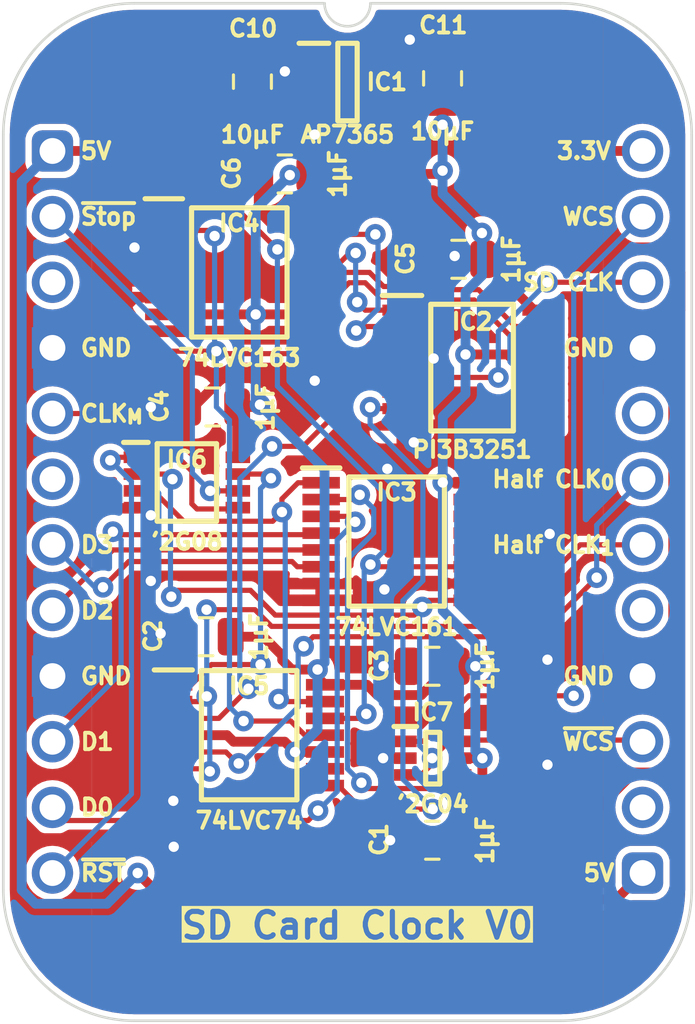
<source format=kicad_pcb>
(kicad_pcb (version 20240108) (generator "pcbnew") (generator_version "8.0")
  (title_block (title "Clock Hold Standard") (date "2024-02-16") (rev "V0"))
  (layers (0 "F.Cu" signal) (31 "B.Cu" signal) (34 "B.Paste" user) (35 "F.Paste" user) (36 "B.SilkS" user "B.Silkscreen") (37 "F.SilkS" user "F.Silkscreen") (38 "B.Mask" user) (39 "F.Mask" user) (44 "Edge.Cuts" user))
  (net 0 "")
  (net 2 "/CLK_{M{slash}2}")
  (net 3 "/S1")
  (net 4 "/CLK_{M{slash}16}")
  (net 6 "/CLK_{M{slash}4}")
  (net 9 "/S0")
  (net 10 "/S2")
  (net 11 "/CLK_{M{slash}8}")
  (net 12 "3.3V")
  (net 13 "GND")
  (net 14 "5V")
  (net 15 "~{Reset}")
  (net 16 "/CLK ~{OE}")
  (net 17 "/~{Reset Transmit}")
  (net 19 "/Write Clock Speed Select_{1}")
  (net 20 "/CLK OE")
  (net 22 "/~{Reset Clock Flop}")
  (net 24 "CLK_{M}")
  (net 25 "D2")
  (net 26 "D1")
  (net 27 "D0")
  (net 28 "D3")
  (net 29 "SD CLK")
  (net 30 "~{Write Clock Speed Select}")
  (net 31 "Second Half CLK")
  (net 32 "First Half CLK")
  (net 33 "~{Stop Funk}")
  (net 34 "Write Clock Speed Select")
  (footprint "SamacSys_Parts:SOP65P640X110-16N" (layer "F.Cu") (at 96.139 63.119)
    (property "Reference" "IC4")
    (property "Value" "74LVC163PW,118" (hide yes))
  )
  (footprint "SamacSys_Parts:C_0805" (layer "F.Cu") (at 96.647 55.753)
    (property "Reference" "C10")
    (property "Value" "10µF")
  )
  (footprint "SamacSys_Parts:SOT95P285X130-5N" (layer "F.Cu") (at 100.33 55.753)
    (property "Reference" "IC1")
    (property "Value" "AP7365-33WG-7" (hide yes))
  )
  (footprint "SamacSys_Parts:C_0805" (layer "F.Cu") (at 103.632 85.09 90)
    (property "Reference" "C1")
    (property "Value" "1μF")
  )
  (footprint "SamacSys_Parts:SOP64P599X175-16N" (layer "F.Cu") (at 105.156 66.802)
    (property "Reference" "IC2")
    (property "Value" "PI3B3251QE" (hide yes))
  )
  (footprint "SamacSys_Parts:C_0805" (layer "F.Cu") (at 97.917 59.309 90)
    (property "Reference" "C6")
    (property "Value" "1μF")
  )
  (footprint "SamacSys_Parts:C_0805" (layer "F.Cu") (at 95.123 68.326 90)
    (property "Reference" "C4")
    (property "Value" "1μF")
  )
  (footprint "SamacSys_Parts:C_0805" (layer "F.Cu") (at 104.648 62.611 90)
    (property "Reference" "C5")
    (property "Value" "1μF")
  )
  (footprint "SamacSys_Parts:SOP65P640X110-14N" (layer "F.Cu") (at 96.52 81.026)
    (property "Reference" "IC5")
    (property "Value" "74LVC74APW,118" (hide yes))
  )
  (footprint "SamacSys_Parts:SOP65P640X110-16N" (layer "F.Cu") (at 102.235 73.533)
    (property "Reference" "IC3")
    (property "Value" "74LVC161PW,112" (hide yes))
  )
  (footprint "SamacSys_Parts:C_0805" (layer "F.Cu") (at 104.013 55.626)
    (property "Reference" "C11")
    (property "Value" "10µF")
  )
  (footprint "SamacSys_Parts:SOP65P400X110-8N" (layer "F.Cu") (at 94.107 71.247)
    (property "Reference" "IC6")
    (property "Value" "74LVC2G08DP-Q100H" (hide yes))
  )
  (footprint "SamacSys_Parts:C_0805" (layer "F.Cu") (at 103.632 78.359 90)
    (property "Reference" "C3")
    (property "Value" "1μF")
  )
  (footprint "SamacSys_Parts:DIP-24_Board_W22.86mm" (layer "F.Cu") (at 88.9 58.42)
    (property "Reference" "J2" (hide yes))
    (property "Value" "Conn_02x12_Counter_Clockwise" (hide yes))
    (fp_line (start -1.905 -0.635) (end -1.905 28.575) (stroke (width 0.1)) (layer "Edge.Cuts"))
    (fp_line (start 10.541 -5.715) (end 3.175 -5.715) (stroke (width 0.1)) (layer "Edge.Cuts"))
    (fp_line (start 19.685 -5.715) (end 12.319 -5.715) (stroke (width 0.1)) (layer "Edge.Cuts"))
    (fp_line (start 19.685 33.655) (end 3.175 33.655) (stroke (width 0.1)) (layer "Edge.Cuts"))
    (fp_line (start 24.765 28.575) (end 24.765 -0.635) (stroke (width 0.1)) (layer "Edge.Cuts"))
    (fp_arc (start -1.905 -0.635) (mid -0.417102 -4.227102) (end 3.175 -5.715) (stroke (width 0.1)) (layer "Edge.Cuts"))
    (fp_arc (start 3.175 33.655) (mid -0.417102 32.167102) (end -1.905 28.575) (stroke (width 0.1)) (layer "Edge.Cuts"))
    (fp_arc (start 12.319 -5.715) (mid 11.43 -4.826) (end 10.541 -5.715) (stroke (width 0.1)) (layer "Edge.Cuts"))
    (fp_arc (start 19.685 -5.715) (mid 23.277102 -4.227102) (end 24.765 -0.635) (stroke (width 0.1)) (layer "Edge.Cuts"))
    (fp_arc (start 24.765 28.575) (mid 23.277102 32.167102) (end 19.685 33.655) (stroke (width 0.1)) (layer "Edge.Cuts"))
  )
  (footprint "SamacSys_Parts:SOP65P210X110-6N" (layer "F.Cu") (at 103.632 81.915)
    (property "Reference" "IC7")
    (property "Value" "74LVC2G04GW-Q100H" (hide yes))
  )
  (footprint "SamacSys_Parts:C_0805" (layer "F.Cu") (at 94.869 77.216 90)
    (property "Reference" "C2")
    (property "Value" "1μF")
  )
  (gr_text "D0" (at 89.916 83.82 0) (layer "F.SilkS") (effects (font (size 0.635 0.635) (thickness 0.15) (bold yes)) (justify left)))
  (gr_text "Half CLK_{0}" (at 110.744 71.12 0) (layer "F.SilkS") (effects (font (size 0.635 0.635) (thickness 0.15) (bold yes)) (justify right)))
  (gr_text "Half CLK_{1}" (at 110.744 73.66 0) (layer "F.SilkS") (effects (font (size 0.635 0.635) (thickness 0.15) (bold yes)) (justify right)))
  (gr_text "5V" (at 89.916 58.42 0) (layer "F.SilkS") (effects (font (size 0.635 0.635) (thickness 0.15) (bold yes)) (justify left)))
  (gr_text "GND" (at 89.916 78.74 0) (layer "F.SilkS") (effects (font (size 0.635 0.635) (thickness 0.15) (bold yes)) (justify left)))
  (gr_text "GND" (at 110.744 78.74 0) (layer "F.SilkS") (effects (font (size 0.635 0.635) (thickness 0.15) (bold yes)) (justify right)))
  (gr_text "SD CLK" (at 110.744 63.5 0) (layer "F.SilkS") (effects (font (size 0.635 0.635) (thickness 0.15) (bold yes)) (justify right)))
  (gr_text "SD Card Clock V0" (at 100.711 88.392 0) (layer "F.SilkS" knockout) (effects (font (size 1 1) (thickness 0.2) (bold yes))))
  (gr_text "GND" (at 110.744 66.04 0) (layer "F.SilkS") (effects (font (size 0.635 0.635) (thickness 0.15) (bold yes)) (justify right)))
  (gr_text "~{RST}" (at 89.916 86.36 0) (layer "F.SilkS") (effects (font (size 0.635 0.635) (thickness 0.15) (bold yes)) (justify left)))
  (gr_text "~{Stop}" (at 89.916 60.96 0) (layer "F.SilkS") (effects (font (size 0.635 0.635) (thickness 0.15) (bold yes)) (justify left)))
  (gr_text "CLK_{M}" (at 89.916 68.58 0) (layer "F.SilkS") (effects (font (size 0.635 0.635) (thickness 0.15) (bold yes)) (justify left)))
  (gr_text "D2" (at 89.916 76.2 0) (layer "F.SilkS") (effects (font (size 0.635 0.635) (thickness 0.15) (bold yes)) (justify left)))
  (gr_text "GND" (at 89.916 66.04 0) (layer "F.SilkS") (effects (font (size 0.635 0.635) (thickness 0.15) (bold yes)) (justify left)))
  (gr_text "~{WCS}" (at 110.744 81.28 0) (layer "F.SilkS") (effects (font (size 0.635 0.635) (thickness 0.15) (bold yes)) (justify right)))
  (gr_text "D1" (at 89.916 81.28 0) (layer "F.SilkS") (effects (font (size 0.635 0.635) (thickness 0.15) (bold yes)) (justify left)))
  (gr_text "5V" (at 110.744 86.36 0) (layer "F.SilkS") (effects (font (size 0.635 0.635) (thickness 0.15) (bold yes)) (justify right)))
  (gr_text "3.3V" (at 110.617 58.42 0) (layer "F.SilkS") (effects (font (size 0.635 0.635) (thickness 0.15) (bold yes)) (justify right)))
  (gr_text "WCS" (at 110.744 60.96 0) (layer "F.SilkS") (effects (font (size 0.635 0.635) (thickness 0.15) (bold yes)) (justify right)))
  (gr_text "D3" (at 89.916 73.66 0) (layer "F.SilkS") (effects (font (size 0.635 0.635) (thickness 0.15) (bold yes)) (justify left)))
  (segment (start 102.444 65.214) (end 100.820669 65.214) (width 0.2) (layer "F.Cu") (net 2))
  (segment (start 100.306407 61.646827) (end 101.408233 61.646827) (width 0.2) (layer "F.Cu") (net 2))
  (segment (start 100.820669 65.214) (end 100.666086 65.368583) (width 0.2) (layer "F.Cu") (net 2))
  (segment (start 99.809234 62.144) (end 100.306407 61.646827) (width 0.2) (layer "F.Cu") (net 2))
  (segment (start 99.064 62.144) (end 99.809234 62.144) (width 0.2) (layer "F.Cu") (net 2))
  (via (at 101.408233 61.646827) (size 0.8) (drill 0.4) (layers "F.Cu" "B.Cu") (net 2))
  (via (at 100.666086 65.368583) (size 0.8) (drill 0.4) (layers "F.Cu" "B.Cu") (net 2))
  (segment (start 101.512361 64.522308) (end 101.512361 61.750955) (width 0.2) (layer "B.Cu") (net 2))
  (segment (start 100.666086 65.368583) (end 101.512361 64.522308) (width 0.2) (layer "B.Cu") (net 2))
  (segment (start 101.512361 61.750955) (end 101.408233 61.646827) (width 0.2) (layer "B.Cu") (net 2))
  (segment (start 107.868 68.39) (end 106.9055 68.39) (width 0.2) (layer "F.Cu") (net 3))
  (segment (start 106.116 73.208) (end 105.16 73.208) (width 0.2) (layer "F.Cu") (net 3))
  (segment (start 106.8055 68.49) (end 106.8055 72.5185) (width 0.2) (layer "F.Cu") (net 3))
  (segment (start 106.9055 68.39) (end 106.8055 68.49) (width 0.2) (layer "F.Cu") (net 3))
  (segment (start 106.8055 72.5185) (end 106.116 73.208) (width 0.2) (layer "F.Cu") (net 3))
  (segment (start 99.819346 64.094) (end 100.394923 63.518423) (width 0.2) (layer "F.Cu") (net 4))
  (segment (start 103.834653 64.186) (end 105.2415 64.186) (width 0.2) (layer "F.Cu") (net 4))
  (segment (start 106.9055 65.85) (end 107.868 65.85) (width 0.2) (layer "F.Cu") (net 4))
  (segment (start 101.562822 64.065) (end 103.713653 64.065) (width 0.2) (layer "F.Cu") (net 4))
  (segment (start 100.394923 63.518423) (end 101.016245 63.518423) (width 0.2) (layer "F.Cu") (net 4))
  (segment (start 99.064 64.094) (end 99.819346 64.094) (width 0.2) (layer "F.Cu") (net 4))
  (segment (start 101.016245 63.518423) (end 101.562822 64.065) (width 0.2) (layer "F.Cu") (net 4))
  (segment (start 103.713653 64.065) (end 103.834653 64.186) (width 0.2) (layer "F.Cu") (net 4))
  (segment (start 105.2415 64.186) (end 106.9055 65.85) (width 0.2) (layer "F.Cu") (net 4))
  (segment (start 102.444 64.58) (end 101.017161 64.58) (width 0.2) (layer "F.Cu") (net 6))
  (segment (start 101.017161 64.58) (end 100.705584 64.268423) (width 0.2) (layer "F.Cu") (net 6))
  (segment (start 99.989 62.794) (end 100.414577 62.368423) (width 0.2) (layer "F.Cu") (net 6))
  (segment (start 99.064 62.794) (end 99.989 62.794) (width 0.2) (layer "F.Cu") (net 6))
  (segment (start 100.414577 62.368423) (end 100.645472 62.368423) (width 0.2) (layer "F.Cu") (net 6))
  (via (at 100.645472 62.368423) (size 0.8) (drill 0.4) (layers "F.Cu" "B.Cu") (net 6))
  (via (at 100.705584 64.268423) (size 0.8) (drill 0.4) (layers "F.Cu" "B.Cu") (net 6))
  (segment (start 100.645472 64.208311) (end 100.645472 62.368423) (width 0.2) (layer "B.Cu") (net 6))
  (segment (start 100.705584 64.268423) (end 100.645472 64.208311) (width 0.2) (layer "B.Cu") (net 6))
  (segment (start 106.085 72.558) (end 106.4055 72.2375) (width 0.2) (layer "F.Cu") (net 9))
  (segment (start 106.4055 68.254) (end 106.9055 67.754) (width 0.2) (layer "F.Cu") (net 9))
  (segment (start 106.9055 67.754) (end 107.868 67.754) (width 0.2) (layer "F.Cu") (net 9))
  (segment (start 106.4055 72.2375) (end 106.4055 68.254) (width 0.2) (layer "F.Cu") (net 9))
  (segment (start 105.16 72.558) (end 106.085 72.558) (width 0.2) (layer "F.Cu") (net 9))
  (segment (start 105.16 73.858) (end 106.085 73.858) (width 0.2) (layer "F.Cu") (net 10))
  (segment (start 106.085 73.858) (end 107.868 72.075) (width 0.2) (layer "F.Cu") (net 10))
  (segment (start 107.868 72.075) (end 107.868 69.024) (width 0.2) (layer "F.Cu") (net 10))
  (segment (start 105.407186 63.786) (end 106.835186 65.214) (width 0.2) (layer "F.Cu") (net 11))
  (segment (start 104.000339 63.786) (end 105.407186 63.786) (width 0.2) (layer "F.Cu") (net 11))
  (segment (start 106.835186 65.214) (end 107.868 65.214) (width 0.2) (layer "F.Cu") (net 11))
  (segment (start 99.171847 63.336153) (end 100.011507 63.336153) (width 0.2) (layer "F.Cu") (net 11))
  (segment (start 100.011507 63.336153) (end 100.229237 63.118423) (width 0.2) (layer "F.Cu") (net 11))
  (segment (start 101.728508 63.665) (end 103.879339 63.665) (width 0.2) (layer "F.Cu") (net 11))
  (segment (start 103.879339 63.665) (end 104.000339 63.786) (width 0.2) (layer "F.Cu") (net 11))
  (segment (start 101.181931 63.118423) (end 101.728508 63.665) (width 0.2) (layer "F.Cu") (net 11))
  (segment (start 100.229237 63.118423) (end 101.181931 63.118423) (width 0.2) (layer "F.Cu") (net 11))
  (segment (start 98.13894 59.309) (end 98.09497 59.35297) (width 0.38) (layer "F.Cu") (net 12))
  (segment (start 99.458 79.076) (end 99.16953 78.78753) (width 0.38) (layer "F.Cu") (net 12))
  (segment (start 98.851 59.309) (end 98.13894 59.309) (width 0.38) (layer "F.Cu") (net 12))
  (segment (start 96.057 68.326) (end 96.847998 68.326) (width 0.38) (layer "F.Cu") (net 12))
  (segment (start 95.803 77.216) (end 97.07294 77.216) (width 0.38) (layer "F.Cu") (net 12))
  (segment (start 98.851 59.309) (end 103.885996 59.309) (width 0.38) (layer "F.Cu") (net 12))
  (segment (start 96.057 68.326) (end 96.057 70.247) (width 0.38) (layer "F.Cu") (net 12))
  (segment (start 104.566 85.09) (end 104.566 84.283) (width 0.38) (layer "F.Cu") (net 12))
  (segment (start 96.847998 68.326) (end 96.937999 68.235999) (width 0.38) (layer "F.Cu") (net 12))
  (segment (start 104.566 78.359) (end 105.282994 78.359) (width 0.38) (layer "F.Cu") (net 12))
  (segment (start 97.07294 77.216) (end 97.80115 77.94421) (width 0.38) (layer "F.Cu") (net 12))
  (segment (start 101.486158 79.474) (end 103.188024 79.474) (width 0.38) (layer "F.Cu") (net 12))
  (segment (start 104.013 56.56) (end 105.836 56.56) (width 0.38) (layer "F.Cu") (net 12))
  (segment (start 106.7255 66.484) (end 107.868 66.484) (width 0.38) (layer "F.Cu") (net 12))
  (segment (start 104.694 81.915) (end 105.555027 81.915) (width 0.38) (layer "F.Cu") (net 12))
  (segment (start 98.296971 81.676) (end 99.458 81.676) (width 0.38) (layer "F.Cu") (net 12))
  (segment (start 107.696 58.42) (end 111.76 58.42) (width 0.38) (layer "F.Cu") (net 12))
  (segment (start 104.013 56.56) (end 104.013 57.404) (width 0.38) (layer "F.Cu") (net 12))
  (segment (start 99.064 65.394) (end 99.064 64.744) (width 0.38) (layer "F.Cu") (net 12))
  (segment (start 97.898802 81.277831) (end 95.915891 81.277831) (width 0.38) (layer "F.Cu") (net 12))
  (segment (start 96.774 64.744) (end 99.064 64.744) (width 0.38) (layer "F.Cu") (net 12))
  (segment (start 104.02068 71.249018) (end 105.151018 71.249018) (width 0.38) (layer "F.Cu") (net 12))
  (segment (start 97.80115 77.94421) (end 97.80115 78.11615) (width 0.38) (layer "F.Cu") (net 12))
  (segment (start 99.16953 78.78753) (end 99.16953 78.486) (width 0.38) (layer "F.Cu") (net 12))
  (segment (start 107.868 66.484) (end 107.868 67.12) (width 0.38) (layer "F.Cu") (net 12))
  (segment (start 93.214 64.744) (end 96.774 64.744) (width 0.38) (layer "F.Cu") (net 12))
  (segment (start 101.63 54.803) (end 102.256 54.803) (width 0.38) (layer "F.Cu") (net 12))
  (segment (start 104.566 84.283) (end 105.555028 83.293972) (width 0.38) (layer "F.Cu") (net 12))
  (segment (start 98.851 60.116) (end 98.851 59.309) (width 0.38) (layer "F.Cu") (net 12))
  (segment (start 104.902 66.294) (end 106.5355 66.294) (width 0.38) (layer "F.Cu") (net 12))
  (segment (start 98.171 78.486) (end 99.16953 78.486) (width 0.38) (layer "F.Cu") (net 12))
  (segment (start 98.296971 81.676) (end 97.898802 81.277831) (width 0.38) (layer "F.Cu") (net 12))
  (segment (start 105.555028 83.293972) (end 105.555028 81.915001) (width 0.38) (layer "F.Cu") (net 12))
  (segment (start 103.885996 59.309) (end 104.013 59.181996) (width 0.38) (layer "F.Cu") (net 12))
  (segment (start 95.66406 81.026) (end 93.582 81.026) (width 0.38) (layer "F.Cu") (net 12))
  (segment (start 105.537 61.595) (end 105.537 62.566) (width 0.38) (layer "F.Cu") (net 12))
  (segment (start 99.064 60.844) (end 99.064 60.329) (width 0.38) (layer "F.Cu") (net 12))
  (segment (start 107.551 64.58) (end 105.582 62.611) (width 0.38) (layer "F.Cu") (net 12))
  (segment (start 95.915891 81.277831) (end 95.66406 81.026) (width 0.38) (layer "F.Cu") (net 12))
  (segment (start 105.555027 81.915) (end 105.555028 81.915001) (width 0.38) (layer "F.Cu") (net 12))
  (segment (start 103.188024 79.474) (end 104.303024 78.359) (width 0.38) (layer "F.Cu") (net 12))
  (segment (start 99.064 60.329) (end 98.851 60.116) (width 0.38) (layer "F.Cu") (net 12))
  (segment (start 99.458 79.076) (end 101.088158 79.076) (width 0.38) (layer "F.Cu") (net 12))
  (segment (start 102.256 54.803) (end 104.013 56.56) (width 0.38) (layer "F.Cu") (net 12))
  (segment (start 97.80115 78.11615) (end 98.171 78.486) (width 0.38) (layer "F.Cu") (net 12))
  (segment (start 106.5355 66.294) (end 106.7255 66.484) (width 0.38) (layer "F.Cu") (net 12))
  (segment (start 105.836 56.56) (end 107.696 58.42) (width 0.38) (layer "F.Cu") (net 12))
  (segment (start 101.088158 79.076) (end 101.486158 79.474) (width 0.38) (layer "F.Cu") (net 12))
  (via (at 104.902 66.294) (size 0.8) (drill 0.4) (layers "F.Cu" "B.Cu") (net 12))
  (via (at 96.774 64.744) (size 0.8) (drill 0.4) (layers "F.Cu" "B.Cu") (net 12))
  (via (at 105.555028 81.915001) (size 0.8) (drill 0.4) (layers "F.Cu" "B.Cu") (net 12))
  (via (at 104.013 57.404) (size 0.8) (drill 0.4) (layers "F.Cu" "B.Cu") (net 12))
  (via (at 98.09497 59.35297) (size 0.8) (drill 0.4) (layers "F.Cu" "B.Cu") (net 12))
  (via (at 105.282994 78.359) (size 0.8) (drill 0.4) (layers "F.Cu" "B.Cu") (net 12))
  (via (at 96.937999 68.235999) (size 0.8) (drill 0.4) (layers "F.Cu" "B.Cu") (net 12))
  (via (at 98.296971 81.676) (size 0.8) (drill 0.4) (layers "F.Cu" "B.Cu") (net 12))
  (via (at 99.16953 78.486) (size 0.8) (drill 0.4) (layers "F.Cu" "B.Cu") (net 12))
  (via (at 105.537 61.595) (size 0.8) (drill 0.4) (layers "F.Cu" "B.Cu") (net 12))
  (via (at 104.013 59.181996) (size 0.8) (drill 0.4) (layers "F.Cu" "B.Cu") (net 12))
  (via (at 104.02068 71.249018) (size 0.8) (drill 0.4) (layers "F.Cu" "B.Cu") (net 12))
  (segment (start 99.16953 78.486) (end 99.441 78.21453) (width 0.38) (layer "B.Cu") (net 12))
  (segment (start 99.441 70.739) (end 96.937999 68.235999) (width 0.38) (layer "B.Cu") (net 12))
  (segment (start 99.441 78.21453) (end 99.441 70.739) (width 0.38) (layer "B.Cu") (net 12))
  (segment (start 104.902 67.818) (end 104.902 66.294) (width 0.38) (layer "B.Cu") (net 12))
  (segment (start 104.013 60.071) (end 105.537 61.595) (width 0.38) (layer "B.Cu") (net 12))
  (segment (start 96.774 64.744) (end 96.774 60.67394) (width 0.38) (layer "B.Cu") (net 12))
  (segment (start 104.02068 71.249018) (end 104.02068 76.20768) (width 0.38) (layer "B.Cu") (net 12))
  (segment (start 104.02068 68.69932) (end 104.902 67.818) (width 0.38) (layer "B.Cu") (net 12))
  (segment (start 104.902 63.881) (end 105.537 63.246) (width 0.38) (layer "B.Cu") (net 12))
  (segment (start 104.902 66.294) (end 104.902 63.881) (width 0.38) (layer "B.Cu") (net 12))
  (segment (start 105.282994 81.642967) (end 105.282994 78.359) (width 0.38) (layer "B.Cu") (net 12))
  (segment (start 98.296971 81.676) (end 99.16953 80.803441) (width 0.38) (layer "B.Cu") (net 12))
  (segment (start 96.774 68.072) (end 96.937999 68.235999) (width 0.38) (layer "B.Cu") (net 12))
  (segment (start 96.774 60.67394) (end 98.09497 59.35297) (width 0.38) (layer "B.Cu") (net 12))
  (segment (start 104.013 59.181996) (end 104.013 60.071) (width 0.38) (layer "B.Cu") (net 12))
  (segment (start 105.555028 81.915001) (end 105.282994 81.642967) (width 0.38) (layer "B.Cu") (net 12))
  (segment (start 104.02068 71.249018) (end 104.02068 68.69932) (width 0.38) (layer "B.Cu") (net 12))
  (segment (start 105.282994 77.469994) (end 105.282994 78.359) (width 0.38) (layer "B.Cu") (net 12))
  (segment (start 105.537 63.246) (end 105.537 61.595) (width 0.38) (layer "B.Cu") (net 12))
  (segment (start 104.02068 76.20768) (end 105.282994 77.469994) (width 0.38) (layer "B.Cu") (net 12))
  (segment (start 96.774 64.744) (end 96.774 68.072) (width 0.38) (layer "B.Cu") (net 12))
  (segment (start 104.013 57.404) (end 104.013 59.181996) (width 0.38) (layer "B.Cu") (net 12))
  (segment (start 99.16953 80.803441) (end 99.16953 78.486) (width 0.38) (layer "B.Cu") (net 12))
  (segment (start 113.225 64.575) (end 113.225 63.122085) (width 0.38) (layer "F.Cu") (net 13))
  (segment (start 87.71 79.93) (end 87.71 84.312915) (width 0.38) (layer "F.Cu") (net 13))
  (segment (start 102.743 54.113) (end 98.133 54.113) (width 0.38) (layer "F.Cu") (net 13))
  (segment (start 98.425 55.753) (end 97.459 54.787) (width 0.38) (layer "F.Cu") (net 13))
  (segment (start 91.059 66.04) (end 91.705 65.394) (width 0.38) (layer "F.Cu") (net 13))
  (segment (start 104.013 54.66) (end 103.174 54.66) (width 0.38) (layer "F.Cu") (net 13))
  (segment (start 101.33872 75.808) (end 101.759616 75.387104) (width 0.38) (layer "F.Cu") (net 13))
  (segment (start 88.9 78.74) (end 87.71 79.93) (width 0.38) (layer "F.Cu") (net 13))
  (segment (start 102.898145 69.694855) (end 102.444 69.24071) (width 0.38) (layer "F.Cu") (net 13))
  (segment (start 99.03 55.753) (end 98.425 55.753) (width 0.38) (layer "F.Cu") (net 13))
  (segment (start 98.961 67.211) (end 99.06 67.31) (width 0.38) (layer "F.Cu") (net 13))
  (segment (start 108.1615 73.2365) (end 109.728 71.67) (width 0.38) (layer "F.Cu") (net 13))
  (segment (start 101.981 85.09) (end 101.980997 85.089997) (width 0.38) (layer "F.Cu") (net 13))
  (segment (start 111.427085 82.47) (end 112.475 82.47) (width 0.38) (layer "F.Cu") (net 13))
  (segment (start 111.76 66.04) (end 113.225 64.575) (width 0.38) (layer "F.Cu") (net 13))
  (segment (start 98.133 54.113) (end 97.459 54.787) (width 0.38) (layer "F.Cu") (net 13))
  (segment (start 102.743 54.229) (end 102.743 54.113) (width 0.38) (layer "F.Cu") (net 13))
  (segment (start 113.03 80.01) (end 111.76 78.74) (width 0.38) (layer "F.Cu") (net 13))
  (segment (start 103.66668 66.450015) (end 103.632695 66.484) (width 0.38) (layer "F.Cu") (net 13))
  (segment (start 111.76 78.74) (end 111.125 78.105) (width 0.38) (layer "F.Cu") (net 13))
  (segment (start 93.903 77.216) (end 93.21801 77.216) (width 0.38) (layer "F.Cu") (net 13))
  (segment (start 104.043976 86.205) (end 107.692085 86.205) (width 0.38) (layer "F.Cu") (net 13))
  (segment (start 99.31 75.158) (end 99.31 75.808) (width 0.38) (layer "F.Cu") (net 13))
  (segment (start 105.16 75.158) (end 106.24 75.158) (width 0.38) (layer "F.Cu") (net 13))
  (segment (start 94.361 68.326) (end 95.476 67.211) (width 0.38) (layer "F.Cu") (net 13))
  (segment (start 111.76 66.04) (end 112.95 67.23) (width 0.38) (layer "F.Cu") (net 13))
  (segment (start 93.214 62.794) (end 93.214 62.144) (width 0.38) (layer "F.Cu") (net 13))
  (segment (start 112.95 77.55) (end 111.76 78.74) (width 0.38) (layer "F.Cu") (net 13))
  (segment (start 90.043 84.963) (end 93.218 84.963) (width 0.38) (layer "F.Cu") (net 13))
  (segment (start 103.676 85.515) (end 103.676 85.837024) (width 0.38) (layer "F.Cu") (net 13))
  (segment (start 92.078109 62.15623) (end 92.078109 60.249891) (width 0.38) (layer "F.Cu") (net 13))
  (segment (start 99.31 75.808) (end 101.33872 75.808) (width 0.38) (layer "F.Cu") (net 13))
  (segment (start 102.666 85.09) (end 103.251 85.09) (width 0.38) (layer "F.Cu") (net 13))
  (segment (start 92.109 64.094) (end 91.705 64.498) (width 0.38) (layer "F.Cu") (net 13))
  (segment (start 107.188 60.706) (end 105.308771 60.706) (width 0.38) (layer "F.Cu") (net 13))
  (segment (start 91.44001 78.74) (end 93.09101 77.089) (width 0.38) (layer "F.Cu") (net 13))
  (segment (start 93.21801 77.216) (end 93.09101 77.089) (width 0.38) (layer "F.Cu") (net 13))
  (segment (start 91.705 64.498) (end 91.705 65.394) (width 0.38) (layer "F.Cu") (net 13))
  (segment (start 97.51 75.158) (end 97.204 74.852) (width 0.38) (layer "F.Cu") (net 13))
  (segment (start 87.71 67.23) (end 87.71 77.55) (width 0.38) (layer "F.Cu") (net 13))
  (segment (start 91.705 65.394) (end 93.214 65.394) (width 0.38) (layer "F.Cu") (net 13))
  (segment (start 102.444 69.24071) (end 102.444 69.024) (width 0.38) (layer "F.Cu") (net 13))
  (segment (start 97.459 54.787) (end 96.647 54.787) (width 0.38) (layer "F.Cu") (net 13))
  (segment (start 92.415 72.222) (end 92.71 72.517) (width 0.38) (layer "F.Cu") (net 13))
  (segment (start 93.582 82.976) (end 93.582 83.565994) (width 0.38) (layer "F.Cu") (net 13))
  (segment (start 88.407085 85.01) (end 89.996 85.01) (width 0.38) (layer "F.Cu") (net 13))
  (segment (start 109.728 68.072) (end 111.76 66.04) (width 0.38) (layer "F.Cu") (net 13))
  (segment (start 112.475 82.47) (end 113.03 81.915) (width 0.38) (layer "F.Cu") (net 13))
  (segment (start 103.676 85.837024) (end 104.043976 86.205) (width 0.38) (layer "F.Cu") (net 13))
  (segment (start 100.457001 67.31) (end 101.283001 66.484) (width 0.38) (layer "F.Cu") (net 13))
  (segment (start 113.225 63.122085) (end 112.252915 62.15) (width 0.38) (layer "F.Cu") (net 13))
  (segment (start 87.71 77.55) (end 88.9 78.74) (width 0.38) (layer "F.Cu") (net 13))
  (segment (start 101.726994 85.344) (end 101.980997 85.089997) (width 0.38) (layer "F.Cu") (net 13))
  (segment (start 96.951 59.309) (end 98.475 57.785) (width 0.38) (layer "F.Cu") (net 13))
  (segment (start 103.174 54.66) (end 102.743 54.229) (width 0.38) (layer "F.Cu") (net 13))
  (segment (start 108.632 62.15) (end 107.188 60.706) (width 0.38) (layer "F.Cu") (net 13))
  (segment (start 92.078109 60.249891) (end 93.019 59.309) (width 0.38) (layer "F.Cu") (net 13))
  (segment (start 99.31 75.158) (end 97.51 75.158) (width 0.38) (layer "F.Cu") (net 13))
  (segment (start 109.728 71.67) (end 109.728 68.072) (width 0.38) (layer "F.Cu") (net 13))
  (segment (start 104.482 61.532771) (end 104.482 62.484) (width 0.38) (layer "F.Cu") (net 13))
  (segment (start 93.214 63.444) (end 93.214 62.794) (width 0.38) (layer "F.Cu") (net 13))
  (segment (start 87.71 84.312915) (end 88.407085 85.01) (width 0.38) (layer "F.Cu") (net 13))
  (segment (start 113.03 81.915) (end 113.03 80.01) (width 0.38) (layer "F.Cu") (net 13))
  (segment (start 102.666 85.09) (end 101.981 85.09) (width 0.38) (layer "F.Cu") (net 13))
  (segment (start 93.218 84.963) (end 93.599 85.344) (width 0.38) (layer "F.Cu") (net 13))
  (segment (start 111.125 78.105) (end 108.077 78.105) (width 0.38) (layer "F.Cu") (net 13))
  (segment (start 97.204 74.852) (end 92.915 74.852) (width 0.38) (layer "F.Cu") (net 13))
  (segment (start 106.24 75.158) (end 108.1615 73.2365) (width 0.38) (layer "F.Cu") (net 13))
  (segment (start 93.599 85.344) (end 101.726994 85.344) (width 0.38) (layer "F.Cu") (net 13))
  (segment (start 103.632695 66.484) (end 102.444 66.484) (width 0.38) (layer "F.Cu") (net 13))
  (segment (start 107.692085 86.205) (end 111.427085 82.47) (width 0.38) (layer "F.Cu") (net 13))
  (segment (start 102.57 81.915) (end 101.708971 81.915) (width 0.38) (layer "F.Cu") (net 13))
  (segment (start 94.157 68.326) (end 92.710006 68.326) (width 0.38) (layer "F.Cu") (net 13))
  (segment (start 88.9 66.04) (end 91.059 66.04) (width 0.38) (layer "F.Cu") (net 13))
  (segment (start 105.308771 60.706) (end 104.482 61.532771) (width 0.38) (layer "F.Cu") (net 13))
  (segment (start 93.019 59.309) (end 96.951 59.309) (width 0.38) (layer "F.Cu") (net 13))
  (segment (start 101.98872 75.158) (end 101.759616 75.387104) (width 0.38) (layer "F.Cu") (net 13))
  (segment (start 105.16 75.158) (end 101.98872 75.158) (width 0.38) (layer "F.Cu") (net 13))
  (segment (start 112.252915 62.15) (end 108.632 62.15) (width 0.38) (layer "F.Cu") (net 13))
  (segment (start 102.666 78.359) (end 101.727 78.359) (width 0.38) (layer "F.Cu") (net 13))
  (segment (start 89.996 85.01) (end 90.043 84.963) (width 0.38) (layer "F.Cu") (net 13))
  (segment (start 92.915 74.852) (end 92.71 75.057) (width 0.38) (layer "F.Cu") (net 13))
  (segment (start 102.898141 69.694855) (end 101.872837 70.720159) (width 0.38) (layer "F.Cu") (net 13))
  (segment (start 93.214 64.094) (end 93.214 63.444) (width 0.38) (layer "F.Cu") (net 13))
  (segment (start 88.9 66.04) (end 87.71 67.23) (width 0.38) (layer "F.Cu") (net 13))
  (segment (start 112.95 67.23) (end 112.95 77.55) (width 0.38) (layer "F.Cu") (net 13))
  (segment (start 103.251 85.09) (end 103.676 85.515) (width 0.38) (layer "F.Cu") (net 13))
  (segment (start 88.9 78.74) (end 91.44001 78.74) (width 0.38) (layer "F.Cu") (net 13))
  (segment (start 99.06 67.31) (end 100.457001 67.31) (width 0.38) (layer "F.Cu") (net 13))
  (segment (start 93.214 64.094) (end 92.109 64.094) (width 0.38) (layer "F.Cu") (net 13))
  (segment (start 95.476 67.211) (end 98.961 67.211) (width 0.38) (layer "F.Cu") (net 13))
  (segment (start 92.078109 62.15623) (end 92.090339 62.144) (width 0.38) (layer "F.Cu") (net 13))
  (segment (start 103.809 62.484) (end 104.482 62.484) (width 0.38) (layer "F.Cu") (net 13))
  (segment (start 98.475 57.785) (end 99.06 57.785) (width 0.38) (layer "F.Cu") (net 13))
  (segment (start 101.283001 66.484) (end 102.444 66.484) (width 0.38) (layer "F.Cu") (net 13))
  (segment (start 102.898145 69.694855) (end 102.898141 69.694855) (width 0.38) (layer "F.Cu") (net 13))
  (segment (start 92.090339 62.144) (end 93.214 62.144) (width 0.38) (layer "F.Cu") (net 13))
  (via (at 103.66668 66.450015) (size 0.8) (drill 0.4) (layers "F.Cu" "B.Cu") (net 13))
  (via (at 101.872837 70.720159) (size 0.8) (drill 0.4) (layers "F.Cu" "B.Cu") (net 13))
  (via (at 92.71 75.057) (size 0.8) (drill 0.4) (layers "F.Cu" "B.Cu") (net 13))
  (via (at 99.06 67.31) (size 0.8) (drill 0.4) (layers "F.Cu" "B.Cu") (net 13))
  (via (at 108.077 78.105) (size 0.8) (drill 0.4) (layers "F.Cu" "B.Cu") (net 13))
  (via (at 101.759616 75.387104) (size 0.8) (drill 0.4) (layers "F.Cu" "B.Cu") (net 13))
  (via (at 102.898145 69.694855) (size 0.8) (drill 0.4) (layers "F.Cu" "B.Cu") (net 13))
  (via (at 104.482 62.484) (size 0.8) (drill 0.4) (layers "F.Cu" "B.Cu") (net 13))
  (via (at 101.708971 81.915) (size 0.8) (drill 0.4) (layers "F.Cu" "B.Cu") (net 13))
  (via (at 108.1615 73.2365) (size 0.8) (drill 0.4) (layers "F.Cu" "B.Cu") (net 13))
  (via (at 108.077 82.169) (size 0.8) (drill 0.4) (layers "F.Cu" "B.Cu") (net 13))
  (via (at 101.727 78.359) (size 0.8) (drill 0.4) (layers "F.Cu" "B.Cu") (net 13))
  (via (at 93.09101 77.089) (size 0.8) (drill 0.4) (layers "F.Cu" "B.Cu") (net 13))
  (via (at 97.904416 55.341451) (size 0.8) (drill 0.4) (layers "F.Cu" "B.Cu") (net 13))
  (via (at 92.71 72.517) (size 0.8) (drill 0.4) (layers "F.Cu" "B.Cu") (net 13))
  (via (at 92.078109 62.15623) (size 0.8) (drill 0.4) (layers "F.Cu" "B.Cu") (net 13))
  (via (at 92.710006 68.326) (size 0.8) (drill 0.4) (layers "F.Cu" "B.Cu") (net 13))
  (via (at 101.980997 85.089997) (size 0.8) (drill 0.4) (layers "F.Cu" "B.Cu") (net 13))
  (via (at 93.582 83.565994) (size 0.8) (drill 0.4) (layers "F.Cu" "B.Cu") (net 13))
  (via (at 93.599 85.344) (size 0.8) (drill 0.4) (layers "F.Cu" "B.Cu") (net 13))
  (via (at 99.06 57.785) (size 0.8) (drill 0.4) (layers "F.Cu" "B.Cu") (net 13))
  (via (at 102.743 54.113) (size 0.8) (drill 0.4) (layers "F.Cu" "B.Cu") (net 13))
  (segment (start 92.078109 61.167758) (end 97.904416 55.341451) (width 0.38) (layer "B.Cu") (net 13))
  (segment (start 88.9 66.04) (end 90.424006 66.04) (width 0.38) (layer "B.Cu") (net 13))
  (segment (start 103.66668 66.450015) (end 102.362002 67.754693) (width 0.38) (layer "B.Cu") (net 13))
  (segment (start 99.06 57.785) (end 99.06 56.497035) (width 0.38) (layer "B.Cu") (net 13))
  (segment (start 92.078109 62.15623) (end 92.078109 61.167758) (width 0.38) (layer "B.Cu") (net 13))
  (segment (start 104.482 62.318) (end 104.482 62.484) (width 0.38) (layer "B.Cu") (net 13))
  (segment (start 101.980997 85.089997) (end 105.156003 85.089997) (width 0.38) (layer "B.Cu") (net 13))
  (segment (start 101.708159 70.720159) (end 101.872837 70.720159) (width 0.38) (layer "B.Cu") (net 13))
  (segment (start 101.708971 84.817971) (end 101.980997 85.089997) (width 0.38) (layer "B.Cu") (net 13))
  (segment (start 102.362002 69.158712) (end 102.362002 67.754693) (width 0.38) (layer "B.Cu") (net 13))
  (segment (start 99.06 67.31) (end 99.06 57.785) (width 0.38) (layer "B.Cu") (net 13))
  (segment (start 101.708971 81.915) (end 101.981 81.642971) (width 0.38) (layer "B.Cu") (net 13))
  (segment (start 93.582 85.327) (end 93.599 85.344) (width 0.38) (layer "B.Cu") (net 13))
  (segment (start 102.362002 67.754693) (end 101.790693 67.754693) (width 0.38) (layer "B.Cu") (net 13))
  (segment (start 101.727 75.41972) (end 101.759616 75.387104) (width 0.38) (layer "B.Cu") (net 13))
  (segment (start 102.489 71.336322) (end 101.872837 70.720159) (width 0.38) (layer "B.Cu") (net 13))
  (segment (start 101.708971 81.915) (end 101.708971 84.817971) (width 0.38) (layer "B.Cu") (net 13))
  (segment (start 102.489 74.65772) (end 102.489 71.336322) (width 0.38) (layer "B.Cu") (net 13))
  (segment (start 92.71 72.517) (end 92.71 68.326006) (width 0.38) (layer "B.Cu") (net 13))
  (segment (start 108.1615 78.0205) (end 108.077 78.105) (width 0.38) (layer "B.Cu") (net 13))
  (segment (start 92.71 76.70799) (end 93.09101 77.089) (width 0.38) (layer "B.Cu") (net 13))
  (segment (start 102.898145 69.694855) (end 102.362002 69.158712) (width 0.38) (layer "B.Cu") (net 13))
  (segment (start 101.759616 75.387104) (end 102.489 74.65772) (width 0.38) (layer "B.Cu") (net 13))
  (segment (start 101.346 67.31) (end 99.06 67.31) (width 0.38) (layer "B.Cu") (net 13))
  (segment (start 92.71 75.057) (end 92.71 76.70799) (width 0.38) (layer "B.Cu") (net 13))
  (segment (start 101.727 78.359) (end 101.727 79.756) (width 0.38) (layer "B.Cu") (net 13))
  (segment (start 90.424006 66.04) (end 92.710006 68.326) (width 0.38) (layer "B.Cu") (net 13))
  (segment (start 108.1615 73.2365) (end 108.1615 78.0205) (width 0.38) (layer "B.Cu") (net 13))
  (segment (start 101.727 78.359) (end 101.727 75.41972) (width 0.38) (layer "B.Cu") (net 13))
  (segment (start 101.727 79.756) (end 101.981 80.01) (width 0.38) (layer "B.Cu") (net 13))
  (segment (start 101.981 81.642971) (end 101.981 80.01) (width 0.38) (layer "B.Cu") (net 13))
  (segment (start 99.06 68.072) (end 101.708159 70.720159) (width 0.38) (layer "B.Cu") (net 13))
  (segment (start 92.71 75.057) (end 92.71 72.517) (width 0.38) (layer "B.Cu") (net 13))
  (segment (start 93.582 77.57999) (end 93.09101 77.089) (width 0.38) (layer "B.Cu") (net 13))
  (segment (start 108.077 78.105) (end 108.077 82.169) (width 0.38) (layer "B.Cu") (net 13))
  (segment (start 102.743 60.579) (end 104.482 62.318) (width 0.38) (layer "B.Cu") (net 13))
  (segment (start 99.06 67.31) (end 99.06 68.072) (width 0.38) (layer "B.Cu") (net 13))
  (segment (start 103.66668 66.450015) (end 103.66668 63.29932) (width 0.38) (layer "B.Cu") (net 13))
  (segment (start 92.71 68.326006) (end 92.710006 68.326) (width 0.38) (layer "B.Cu") (net 13))
  (segment (start 103.66668 63.29932) (end 104.482 62.484) (width 0.38) (layer "B.Cu") (net 13))
  (segment (start 111.506 78.74) (end 108.077 82.169) (width 0.38) (layer "B.Cu") (net 13))
  (segment (start 102.743 54.113) (end 102.743 60.579) (width 0.38) (layer "B.Cu") (net 13))
  (segment (start 99.06 56.497035) (end 97.904416 55.341451) (width 0.38) (layer "B.Cu") (net 13))
  (segment (start 93.582 83.565994) (end 93.582 85.327) (width 0.38) (layer "B.Cu") (net 13))
  (segment (start 101.790693 67.754693) (end 101.346 67.31) (width 0.38) (layer "B.Cu") (net 13))
  (segment (start 93.582 83.565994) (end 93.582 77.57999) (width 0.38) (layer "B.Cu") (net 13))
  (segment (start 105.156003 85.089997) (end 108.077 82.169) (width 0.38) (layer "B.Cu") (net 13))
  (segment (start 88.9 58.42) (end 92.075 58.42) (width 0.38) (layer "F.Cu") (net 14))
  (segment (start 99.985 54.803) (end 100.203 55.021) (width 0.38) (layer "F.Cu") (net 14))
  (segment (start 110.744 87.376) (end 93.218 87.376) (width 0.38) (layer "F.Cu") (net 14))
  (segment (start 111.76 86.36) (end 110.744 87.376) (width 0.38) (layer "F.Cu") (net 14))
  (segment (start 99.03 54.803) (end 99.985 54.803) (width 0.38) (layer "F.Cu") (net 14))
  (segment (start 100.203 55.021) (end 100.203 56.515) (width 0.38) (layer "F.Cu") (net 14))
  (segment (start 100.015 56.703) (end 99.03 56.703) (width 0.38) (layer "F.Cu") (net 14))
  (segment (start 96.647 56.687) (end 99.014 56.687) (width 0.38) (layer "F.Cu") (net 14))
  (segment (start 93.808 56.687) (end 96.647 56.687) (width 0.38) (layer "F.Cu") (net 14))
  (segment (start 92.075 58.42) (end 93.808 56.687) (width 0.38) (layer "F.Cu") (net 14))
  (segment (start 93.218 87.376) (end 92.202 86.36) (width 0.38) (layer "F.Cu") (net 14))
  (segment (start 100.203 56.515) (end 100.015 56.703) (width 0.38) (layer "F.Cu") (net 14))
  (via (at 92.202 86.36) (size 0.8) (drill 0.4) (layers "F.Cu" "B.Cu") (net 14))
  (segment (start 92.202 86.36) (end 91.012 87.55) (width 0.38) (layer "B.Cu") (net 14))
  (segment (start 91.012 87.55) (end 88.244 87.55) (width 0.38) (layer "B.Cu") (net 14))
  (segment (start 88.244 87.55) (end 87.71 87.016) (width 0.38) (layer "B.Cu") (net 14))
  (segment (start 87.71 59.61) (end 88.9 58.42) (width 0.38) (layer "B.Cu") (net 14))
  (segment (start 87.71 87.016) (end 87.71 59.61) (width 0.38) (layer "B.Cu") (net 14))
  (segment (start 93.762661 70.272) (end 94.3 70.809339) (width 0.2) (layer "F.Cu") (net 15))
  (segment (start 94.497 72.272) (end 96.032 72.272) (width 0.2) (layer "F.Cu") (net 15))
  (segment (start 91.141353 70.390226) (end 91.259579 70.272) (width 0.2) (layer "F.Cu") (net 15))
  (segment (start 92.132 70.272) (end 93.762661 70.272) (width 0.2) (layer "F.Cu") (net 15))
  (segment (start 91.259579 70.272) (end 92.132 70.272) (width 0.2) (layer "F.Cu") (net 15))
  (segment (start 94.3 70.809339) (end 94.3 72.075) (width 0.2) (layer "F.Cu") (net 15))
  (segment (start 94.3 72.075) (end 94.497 72.272) (width 0.2) (layer "F.Cu") (net 15))
  (via (at 91.141353 70.390226) (size 0.8) (drill 0.4) (layers "F.Cu" "B.Cu") (net 15))
  (segment (start 91.96 83.3) (end 88.9 86.36) (width 0.2) (layer "B.Cu") (net 15))
  (segment (start 91.96 71.208873) (end 91.96 83.3) (width 0.2) (layer "B.Cu") (net 15))
  (segment (start 91.141353 70.390226) (end 91.96 71.208873) (width 0.2) (layer "B.Cu") (net 15))
  (segment (start 101.206536 68.335621) (end 101.260915 68.39) (width 0.2) (layer "F.Cu") (net 16))
  (segment (start 101.260915 68.39) (end 102.444 68.39) (width 0.2) (layer "F.Cu") (net 16))
  (segment (start 100.879501 83.885001) (end 103.631998 83.885001) (width 0.2) (layer "F.Cu") (net 16))
  (segment (start 99.9705 82.976) (end 100.879501 83.885001) (width 0.2) (layer "F.Cu") (net 16))
  (via (at 103.631998 83.885001) (size 0.8) (drill 0.4) (layers "F.Cu" "B.Cu") (net 16))
  (via (at 101.206536 68.335621) (size 0.8) (drill 0.4) (layers "F.Cu" "B.Cu") (net 16))
  (segment (start 103.251 75.045) (end 102.477 75.819) (width 0.2) (layer "B.Cu") (net 16))
  (segment (start 101.206536 68.335621) (end 101.206536 68.993197) (width 0.2) (layer "B.Cu") (net 16))
  (segment (start 102.477 75.819) (end 102.477 82.730003) (width 0.2) (layer "B.Cu") (net 16))
  (segment (start 103.251 71.037661) (end 103.251 75.045) (width 0.2) (layer "B.Cu") (net 16))
  (segment (start 101.206536 68.993197) (end 103.251 71.037661) (width 0.2) (layer "B.Cu") (net 16))
  (segment (start 102.477 82.730003) (end 103.631998 83.885001) (width 0.2) (layer "B.Cu") (net 16))
  (segment (start 92.132 71.572) (end 92.807 71.572) (width 0.2) (layer "F.Cu") (net 17))
  (segment (start 98.414 71.258) (end 99.31 71.258) (width 0.2) (layer "F.Cu") (net 17))
  (segment (start 99.458 79.726) (end 97.76 79.726) (width 0.2) (layer "F.Cu") (net 17))
  (segment (start 93.982 72.747) (end 97.433 72.747) (width 0.2) (layer "F.Cu") (net 17))
  (segment (start 97.79 71.882) (end 97.79 72.39) (width 0.2) (layer "F.Cu") (net 17))
  (segment (start 92.807 71.572) (end 93.982 72.747) (width 0.2) (layer "F.Cu") (net 17))
  (segment (start 97.433 72.747) (end 97.79 72.39) (width 0.2) (layer "F.Cu") (net 17))
  (segment (start 98.414 71.258) (end 97.79 71.882) (width 0.2) (layer "F.Cu") (net 17))
  (segment (start 97.76 79.726) (end 97.663 79.629) (width 0.2) (layer "F.Cu") (net 17))
  (via (at 97.663 79.629) (size 0.8) (drill 0.4) (layers "F.Cu" "B.Cu") (net 17))
  (via (at 97.79 72.39) (size 0.8) (drill 0.4) (layers "F.Cu" "B.Cu") (net 17))
  (segment (start 97.917 79.375) (end 97.917 72.517) (width 0.2) (layer "B.Cu") (net 17))
  (segment (start 97.663 79.629) (end 97.917 79.375) (width 0.2) (layer "B.Cu") (net 17))
  (segment (start 97.917 72.517) (end 97.79 72.39) (width 0.2) (layer "B.Cu") (net 17))
  (segment (start 104.169 83.09) (end 101.091471 83.09) (width 0.2) (layer "F.Cu") (net 19))
  (segment (start 101.091471 83.09) (end 100.868971 82.8675) (width 0.2) (layer "F.Cu") (net 19))
  (segment (start 104.694 82.565) (end 104.169 83.09) (width 0.2) (layer "F.Cu") (net 19))
  (segment (start 100.62051 71.908) (end 100.803436 71.725074) (width 0.2) (layer "F.Cu") (net 19))
  (segment (start 99.31 71.908) (end 100.62051 71.908) (width 0.2) (layer "F.Cu") (net 19))
  (via (at 100.868971 82.8675) (size 0.8) (drill 0.4) (layers "F.Cu" "B.Cu") (net 19))
  (via (at 100.803436 71.725074) (size 0.8) (drill 0.4) (layers "F.Cu" "B.Cu") (net 19))
  (segment (start 100.868971 82.8675) (end 100.331 82.329529) (width 0.2) (layer "B.Cu") (net 19))
  (segment (start 101.346 72.267638) (end 100.803436 71.725074) (width 0.2) (layer "B.Cu") (net 19))
  (segment (start 100.331 82.329529) (end 100.331 74.211661) (width 0.2) (layer "B.Cu") (net 19))
  (segment (start 100.331 74.211661) (end 101.346 73.196661) (width 0.2) (layer "B.Cu") (net 19))
  (segment (start 101.346 73.196661) (end 101.346 72.267638) (width 0.2) (layer "B.Cu") (net 19))
  (segment (start 101.304998 74.508) (end 101.218999 74.422001) (width 0.2) (layer "F.Cu") (net 20))
  (segment (start 96.228 60.844) (end 97.614 62.23) (width 0.2) (layer "F.Cu") (net 20))
  (segment (start 99.458 80.376) (end 100.884631 80.376) (width 0.2) (layer "F.Cu") (net 20))
  (segment (start 100.884631 80.376) (end 101.057 80.203631) (width 0.2) (layer "F.Cu") (net 20))
  (segment (start 105.16 74.508) (end 101.304998 74.508) (width 0.2) (layer "F.Cu") (net 20))
  (segment (start 93.214 60.844) (end 96.228 60.844) (width 0.2) (layer "F.Cu") (net 20))
  (via (at 97.614 62.23) (size 0.8) (drill 0.4) (layers "F.Cu" "B.Cu") (net 20))
  (via (at 101.218999 74.422001) (size 0.8) (drill 0.4) (layers "F.Cu" "B.Cu") (net 20))
  (via (at 101.057 80.203631) (size 0.8) (drill 0.4) (layers "F.Cu" "B.Cu") (net 20))
  (segment (start 97.614 67.521983) (end 101.746 71.653983) (width 0.2) (layer "B.Cu") (net 20))
  (segment (start 100.977 80.123631) (end 100.977 74.664) (width 0.2) (layer "B.Cu") (net 20))
  (segment (start 101.057 80.203631) (end 100.977 80.123631) (width 0.2) (layer "B.Cu") (net 20))
  (segment (start 101.746 71.653983) (end 101.746 73.895) (width 0.2) (layer "B.Cu") (net 20))
  (segment (start 97.614 62.23) (end 97.614 67.521983) (width 0.2) (layer "B.Cu") (net 20))
  (segment (start 101.746 73.895) (end 101.218999 74.422001) (width 0.2) (layer "B.Cu") (net 20))
  (segment (start 100.977 74.664) (end 101.218999 74.422001) (width 0.2) (layer "B.Cu") (net 20))
  (segment (start 95.06285 78.29215) (end 96.96115 78.29215) (width 0.2) (layer "F.Cu") (net 22))
  (segment (start 93.582 79.076) (end 94.279 79.076) (width 0.2) (layer "F.Cu") (net 22))
  (segment (start 94.279 79.076) (end 95.06285 78.29215) (width 0.2) (layer "F.Cu") (net 22))
  (segment (start 97.205302 70.922) (end 97.364984 71.081682) (width 0.2) (layer "F.Cu") (net 22))
  (segment (start 96.082 70.922) (end 97.205302 70.922) (width 0.2) (layer "F.Cu") (net 22))
  (via (at 97.364984 71.081682) (size 0.8) (drill 0.4) (layers "F.Cu" "B.Cu") (net 22))
  (via (at 96.96115 78.29215) (size 0.8) (drill 0.4) (layers "F.Cu" "B.Cu") (net 22))
  (segment (start 96.96115 71.485516) (end 97.364984 71.081682) (width 0.2) (layer "B.Cu") (net 22))
  (segment (start 96.96115 78.29215) (end 96.96115 71.485516) (width 0.2) (layer "B.Cu") (net 22))
  (segment (start 98.131005 80.478005) (end 96.304005 80.478005) (width 0.2) (layer "F.Cu") (net 24))
  (segment (start 99.458 81.026) (end 98.679 81.026) (width 0.2) (layer "F.Cu") (net 24))
  (segment (start 88.9 68.58) (end 90.551 68.58) (width 0.2) (layer "F.Cu") (net 24))
  (segment (start 98.679 81.026) (end 98.131005 80.478005) (width 0.2) (layer "F.Cu") (net 24))
  (segment (start 93.214 61.494) (end 94.964996 61.494) (width 0.2) (layer "F.Cu") (net 24))
  (segment (start 94.964996 61.494) (end 95.180996 61.71) (width 0.2) (layer "F.Cu") (net 24))
  (segment (start 95.345265 66.262265) (end 95.25 66.167) (width 0.2) (layer "F.Cu") (net 24))
  (segment (start 100.811771 66.262265) (end 95.345265 66.262265) (width 0.2) (layer "F.Cu") (net 24))
  (segment (start 90.551 68.58) (end 92.964 66.167) (width 0.2) (layer "F.Cu") (net 24))
  (segment (start 102.444 65.85) (end 101.224036 65.85) (width 0.2) (layer "F.Cu") (net 24))
  (segment (start 101.224036 65.85) (end 100.811771 66.262265) (width 0.2) (layer "F.Cu") (net 24))
  (segment (start 92.964 66.167) (end 95.25 66.167) (width 0.2) (layer "F.Cu") (net 24))
  (via (at 95.25 66.167) (size 0.8) (drill 0.4) (layers "F.Cu" "B.Cu") (net 24))
  (via (at 95.180996 61.71) (size 0.8) (drill 0.4) (layers "F.Cu" "B.Cu") (net 24))
  (via (at 96.304005 80.478005) (size 0.8) (drill 0.4) (layers "F.Cu" "B.Cu") (net 24))
  (segment (start 95.180996 61.71) (end 95.180996 66.097996) (width 0.2) (layer "B.Cu") (net 24))
  (segment (start 95.25 68.326) (end 95.25 66.167) (width 0.2) (layer "B.Cu") (net 24))
  (segment (start 95.758 79.932) (end 95.758 68.834) (width 0.2) (layer "B.Cu") (net 24))
  (segment (start 96.304005 80.478005) (end 95.758 79.932) (width 0.2) (layer "B.Cu") (net 24))
  (segment (start 95.758 68.834) (end 95.25 68.326) (width 0.2) (layer "B.Cu") (net 24))
  (segment (start 95.180996 66.097996) (end 95.25 66.167) (width 0.2) (layer "B.Cu") (net 24))
  (segment (start 91.242 73.858) (end 88.9 76.2) (width 0.2) (layer "F.Cu") (net 25))
  (segment (start 99.31 73.858) (end 91.242 73.858) (width 0.2) (layer "F.Cu") (net 25))
  (segment (start 99.251 73.267) (end 91.357626 73.267) (width 0.2) (layer "F.Cu") (net 26))
  (segment (start 91.357626 73.267) (end 91.242626 73.152) (width 0.2) (layer "F.Cu") (net 26))
  (via (at 91.242626 73.152) (size 0.8) (drill 0.4) (layers "F.Cu" "B.Cu") (net 26))
  (segment (start 91.56 73.469374) (end 91.242626 73.152) (width 0.2) (layer "B.Cu") (net 26))
  (segment (start 88.9 81.28) (end 91.56 78.62) (width 0.2) (layer "B.Cu") (net 26))
  (segment (start 91.56 78.62) (end 91.56 73.469374) (width 0.2) (layer "B.Cu") (net 26))
  (segment (start 88.9 83.82) (end 89.408 84.328) (width 0.2) (layer "F.Cu") (net 27))
  (segment (start 99.31 72.558) (end 100.414937 72.558) (width 0.2) (layer "F.Cu") (net 27))
  (segment (start 100.414937 72.558) (end 100.627937 72.771) (width 0.2) (layer "F.Cu") (net 27))
  (segment (start 89.408 84.328) (end 98.806 84.328) (width 0.2) (layer "F.Cu") (net 27))
  (segment (start 98.806 84.328) (end 99.187 83.947) (width 0.2) (layer "F.Cu") (net 27))
  (via (at 99.187 83.947) (size 0.8) (drill 0.4) (layers "F.Cu" "B.Cu") (net 27))
  (via (at 100.627937 72.771) (size 0.8) (drill 0.4) (layers "F.Cu" "B.Cu") (net 27))
  (segment (start 99.931 83.203) (end 99.187 83.947) (width 0.2) (layer "B.Cu") (net 27))
  (segment (start 99.931 73.467937) (end 99.931 83.203) (width 0.2) (layer "B.Cu") (net 27))
  (segment (start 100.627937 72.771) (end 99.931 73.467937) (width 0.2) (layer "B.Cu") (net 27))
  (segment (start 91.853662 74.307) (end 90.858144 75.302518) (width 0.2) (layer "F.Cu") (net 28))
  (segment (start 99.31 74.508) (end 98.385 74.508) (width 0.2) (layer "F.Cu") (net 28))
  (segment (start 98.184 74.307) (end 91.853662 74.307) (width 0.2) (layer "F.Cu") (net 28))
  (segment (start 98.385 74.508) (end 98.184 74.307) (width 0.2) (layer "F.Cu") (net 28))
  (via (at 90.858144 75.302518) (size 0.8) (drill 0.4) (layers "F.Cu" "B.Cu") (net 28))
  (segment (start 88.9 73.66) (end 90.542518 75.302518) (width 0.2) (layer "B.Cu") (net 28))
  (segment (start 90.542518 75.302518) (end 90.858144 75.302518) (width 0.2) (layer "B.Cu") (net 28))
  (segment (start 102.444 67.12) (end 101.339965 67.12) (width 0.2) (layer "F.Cu") (net 29))
  (segment (start 102.507 67.183) (end 106.172 67.183) (width 0.2) (layer "F.Cu") (net 29))
  (segment (start 93.582 80.376) (end 95.345349 80.376) (width 0.2) (layer "F.Cu") (net 29))
  (segment (start 101.339965 67.12) (end 98.609965 69.85) (width 0.2) (layer "F.Cu") (net 29))
  (segment (start 98.609965 69.85) (end 97.409 69.85) (width 0.2) (layer "F.Cu") (net 29))
  (segment (start 108.077 63.5) (end 111.76 63.5) (width 0.2) (layer "F.Cu") (net 29))
  (segment (start 95.345349 80.376) (end 96.493436 79.227913) (width 0.2) (layer "F.Cu") (net 29))
  (via (at 106.172 67.183) (size 0.8) (drill 0.4) (layers "F.Cu" "B.Cu") (net 29))
  (via (at 97.409 69.85) (size 0.8) (drill 0.4) (layers "F.Cu" "B.Cu") (net 29))
  (via (at 96.493436 79.227913) (size 0.8) (drill 0.4) (layers "F.Cu" "B.Cu") (net 29))
  (via (at 108.077 63.5) (size 0.8) (drill 0.4) (layers "F.Cu" "B.Cu") (net 29))
  (segment (start 106.172 65.405) (end 108.077 63.5) (width 0.2) (layer "B.Cu") (net 29))
  (segment (start 96.493436 79.227913) (end 96.158 78.892477) (width 0.2) (layer "B.Cu") (net 29))
  (segment (start 106.172 67.183) (end 106.172 65.405) (width 0.2) (layer "B.Cu") (net 29))
  (segment (start 96.158 78.892477) (end 96.158 71.101) (width 0.2) (layer "B.Cu") (net 29))
  (segment (start 96.158 71.101) (end 97.409 69.85) (width 0.2) (layer "B.Cu") (net 29))
  (segment (start 103.607502 81.915) (end 104.257502 81.265) (width 0.2) (layer "F.Cu") (net 30))
  (segment (start 103.607502 82.139998) (end 103.1825 82.565) (width 0.2) (layer "F.Cu") (net 30))
  (segment (start 105.16 75.808) (end 103.485 75.808) (width 0.2) (layer "F.Cu") (net 30))
  (segment (start 93.749164 75.42) (end 96.571035 75.42) (width 0.2) (layer "F.Cu") (net 30))
  (segment (start 93.352 70.922) (end 93.55 71.12) (width 0.2) (layer "F.Cu") (net 30))
  (segment (start 103.1825 82.565) (end 102.57 82.565) (width 0.2) (layer "F.Cu") (net 30))
  (segment (start 92.132 70.922) (end 93.352 70.922) (width 0.2) (layer "F.Cu") (net 30))
  (segment (start 93.503206 75.665958) (end 93.749164 75.42) (width 0.2) (layer "F.Cu") (net 30))
  (segment (start 103.485 75.808) (end 103.227 76.066) (width 0.2) (layer "F.Cu") (net 30))
  (segment (start 102.913744 76.379256) (end 103.227 76.066) (width 0.2) (layer "F.Cu") (net 30))
  (segment (start 97.530291 76.379256) (end 102.913744 76.379256) (width 0.2) (layer "F.Cu") (net 30))
  (segment (start 96.571035 75.42) (end 97.530291 76.379256) (width 0.2) (layer "F.Cu") (net 30))
  (segment (start 104.743999 81.215001) (end 111.695001 81.215001) (width 0.2) (layer "F.Cu") (net 30))
  (segment (start 103.607502 81.915) (end 103.607502 82.139998) (width 0.2) (layer "F.Cu") (net 30))
  (segment (start 104.257502 81.265) (end 104.694 81.265) (width 0.2) (layer "F.Cu") (net 30))
  (via (at 93.55 71.12) (size 0.8) (drill 0.4) (layers "F.Cu" "B.Cu") (net 30))
  (via (at 103.227 76.066) (size 0.8) (drill 0.4) (layers "F.Cu" "B.Cu") (net 30))
  (via (at 103.607502 81.915) (size 0.8) (drill 0.4) (layers "F.Cu" "B.Cu") (net 30))
  (via (at 93.503206 75.665958) (size 0.8) (drill 0.4) (layers "F.Cu" "B.Cu") (net 30))
  (segment (start 93.472 75.634752) (end 93.472 71.198) (width 0.2) (layer "B.Cu") (net 30))
  (segment (start 103.124 76.169) (end 103.227 76.066) (width 0.2) (layer "B.Cu") (net 30))
  (segment (start 93.472 71.198) (end 93.55 71.12) (width 0.2) (layer "B.Cu") (net 30))
  (segment (start 93.503206 75.665958) (end 93.472 75.634752) (width 0.2) (layer "B.Cu") (net 30))
  (segment (start 103.124 81.431498) (end 103.124 76.169) (width 0.2) (layer "B.Cu") (net 30))
  (segment (start 103.607502 81.915) (end 103.124 81.431498) (width 0.2) (layer "B.Cu") (net 30))
  (segment (start 94.674769 79.726) (end 94.877472 79.523297) (width 0.2) (layer "F.Cu") (net 31))
  (segment (start 94.896 82.326) (end 94.996 82.426) (width 0.2) (layer "F.Cu") (net 31))
  (segment (start 111.76 73.66) (end 109.347 73.66) (width 0.2) (layer "F.Cu") (net 31))
  (segment (start 93.582 82.326) (end 94.896 82.326) (width 0.2) (layer "F.Cu") (net 31))
  (segment (start 106.191 76.816) (end 97.39 76.816) (width 0.2) (layer "F.Cu") (net 31))
  (segment (start 93.582 79.726) (end 94.674769 79.726) (width 0.2) (layer "F.Cu") (net 31))
  (segment (start 96.744068 76.170068) (end 94.869 76.170068) (width 0.2) (layer "F.Cu") (net 31))
  (segment (start 109.347 73.66) (end 106.191 76.816) (width 0.2) (layer "F.Cu") (net 31))
  (segment (start 97.39 76.816) (end 96.744068 76.170068) (width 0.2) (layer "F.Cu") (net 31))
  (via (at 94.877472 79.523297) (size 0.8) (drill 0.4) (layers "F.Cu" "B.Cu") (net 31))
  (via (at 94.869 76.170068) (size 0.8) (drill 0.4) (layers "F.Cu" "B.Cu") (net 31))
  (via (at 94.996 82.426) (size 0.8) (drill 0.4) (layers "F.Cu" "B.Cu") (net 31))
  (segment (start 94.996 79.641825) (end 94.877472 79.523297) (width 0.2) (layer "B.Cu") (net 31))
  (segment (start 94.877472 79.523297) (end 94.877472 76.17854) (width 0.2) (layer "B.Cu") (net 31))
  (segment (start 94.996 82.426) (end 94.996 79.641825) (width 0.2) (layer "B.Cu") (net 31))
  (segment (start 94.877472 76.17854) (end 94.869 76.170068) (width 0.2) (layer "B.Cu") (net 31))
  (segment (start 98.630468 77.584935) (end 98.999403 77.216) (width 0.2) (layer "F.Cu") (net 32))
  (segment (start 98.999403 77.216) (end 107.696 77.216) (width 0.2) (layer "F.Cu") (net 32))
  (segment (start 95.621095 81.676) (end 96.062926 82.117831) (width 0.2) (layer "F.Cu") (net 32))
  (segment (start 96.062926 82.117831) (end 96.11537 82.117831) (width 0.2) (layer "F.Cu") (net 32))
  (segment (start 107.696 77.216) (end 109.982 74.93) (width 0.2) (layer "F.Cu") (net 32))
  (segment (start 93.582 81.676) (end 95.621095 81.676) (width 0.2) (layer "F.Cu") (net 32))
  (via (at 98.630468 77.584935) (size 0.8) (drill 0.4) (layers "F.Cu" "B.Cu") (net 32))
  (via (at 96.11537 82.117831) (size 0.8) (drill 0.4) (layers "F.Cu" "B.Cu") (net 32))
  (via (at 109.982 74.93) (size 0.8) (drill 0.4) (layers "F.Cu" "B.Cu") (net 32))
  (segment (start 98.41953 77.795873) (end 98.630468 77.584935) (width 0.2) (layer "B.Cu") (net 32))
  (segment (start 109.982 72.898) (end 109.982 74.93) (width 0.2) (layer "B.Cu") (net 32))
  (segment (start 96.23483 82.117831) (end 98.41953 79.933131) (width 0.2) (layer "B.Cu") (net 32))
  (segment (start 111.76 71.12) (end 109.982 72.898) (width 0.2) (layer "B.Cu") (net 32))
  (segment (start 98.41953 79.933131) (end 98.41953 77.795873) (width 0.2) (layer "B.Cu") (net 32))
  (segment (start 96.11537 82.117831) (end 96.23483 82.117831) (width 0.2) (layer "B.Cu") (net 32))
  (segment (start 96.082 71.572) (end 95.008 71.572) (width 0.2) (layer "F.Cu") (net 33))
  (via (at 95.008 71.572) (size 0.8) (drill 0.4) (layers "F.Cu" "B.Cu") (net 33))
  (segment (start 88.9 60.96) (end 94.319739 66.379739) (width 0.2) (layer "B.Cu") (net 33))
  (segment (start 94.319739 66.379739) (end 94.319739 70.883739) (width 0.2) (layer "B.Cu") (net 33))
  (segment (start 94.319739 70.883739) (end 95.008 71.572) (width 0.2) (layer "B.Cu") (net 33))
  (segment (start 102.57 81.265) (end 103.266 81.265) (width 0.2) (layer "F.Cu") (net 34))
  (segment (start 103.266 81.265) (end 105.029 79.502) (width 0.2) (layer "F.Cu") (net 34))
  (segment (start 105.029 79.502) (end 109.093 79.502) (width 0.2) (layer "F.Cu") (net 34))
  (via (at 109.093 79.502) (size 0.8) (drill 0.4) (layers "F.Cu" "B.Cu") (net 34))
  (segment (start 109.093 79.502) (end 109.093 63.627) (width 0.2) (layer "B.Cu") (net 34))
  (segment (start 109.093 63.627) (end 111.76 60.96) (width 0.2) (layer "B.Cu") (net 34))
  (zone (net 13) (net_name "GND") (layers "F&B.Cu") (connect_pads yes (clearance 0.25)) (min_thickness 0.25) (fill yes (thermal_gap 0.5) (thermal_bridge_width 0.5) (island_removal_mode 2) (island_area_min 10))
    (polygon (pts (xy 86.868 52.578) (xy 90.424 52.578) (xy 90.424 92.202) (xy 86.868 92.202)))
  )
  (zone (net 13) (net_name "GND") (layers "F&B.Cu") (connect_pads yes (clearance 0.25)) (min_thickness 0.25) (fill yes (thermal_gap 0.5) (thermal_bridge_width 0.5) (island_removal_mode 2) (island_area_min 10))
    (polygon (pts (xy 110.236 52.578) (xy 113.792 52.578) (xy 113.792 92.202) (xy 110.236 92.202)))
  )
  (zone (net 13) (net_name "GND") (layers "F&B.Cu") (connect_pads (clearance 0.25)) (min_thickness 0.25) (fill yes (thermal_gap 0.5) (thermal_bridge_width 0.5) (island_removal_mode 2) (island_area_min 10))
    (polygon (pts (xy 90.424 52.578) (xy 110.236 52.578) (xy 110.236 92.202) (xy 90.424 92.202)))
  )
)
</source>
